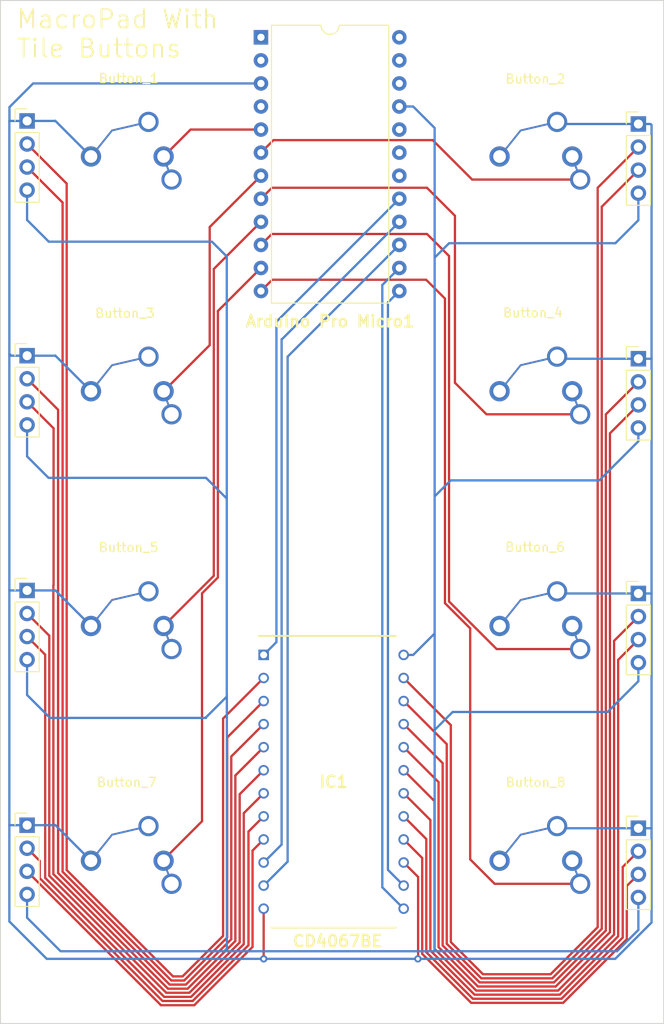
<source format=kicad_pcb>
(kicad_pcb (version 20221018) (generator pcbnew)
  (layers (0 "F.Cu" signal) (31 "B.Cu" signal) (34 "B.Paste" user) (35 "F.Paste" user) (36 "B.SilkS" user "B.Silkscreen") (37 "F.SilkS" user "F.Silkscreen") (38 "B.Mask" user) (39 "F.Mask" user) (44 "Edge.Cuts" user))
  (net 0 "")
  (net 3 "Net-(Arduino Pro Micro1-Pin_3)")
  (net 5 "Net-(Arduino Pro Micro1-Pin_5)")
  (net 6 "Net-(Arduino Pro Micro1-Pin_6)")
  (net 7 "Net-(Arduino Pro Micro1-Pin_7)")
  (net 8 "Net-(Arduino Pro Micro1-Pin_8)")
  (net 9 "Net-(Arduino Pro Micro1-Pin_9)")
  (net 10 "Net-(Arduino Pro Micro1-Pin_10)")
  (net 11 "Net-(Arduino Pro Micro1-Pin_11)")
  (net 12 "Net-(Arduino Pro Micro1-Pin_12)")
  (net 18 "Net-(Arduino Pro Micro1-Pin_21)")
  (net 19 "Net-(Arduino Pro Micro1-Pin_13)")
  (net 20 "Net-(Arduino Pro Micro1-Pin_14)")
  (net 21 "Net-(Arduino Pro Micro1-Pin_15)")
  (net 22 "Net-(Arduino Pro Micro1-Pin_16)")
  (net 23 "Net-(Arduino Pro Micro1-Pin_17)")
  (net 24 "Net-(IC1-CHANNEL_IN{slash}OUT_7)")
  (net 25 "Net-(IC1-CHANNEL_IN{slash}OUT_6)")
  (net 26 "Net-(IC1-CHANNEL_IN{slash}OUT_5)")
  (net 27 "Net-(IC1-CHANNEL_IN{slash}OUT_4)")
  (net 28 "Net-(IC1-CHANNEL_IN{slash}OUT_3)")
  (net 29 "Net-(IC1-CHANNEL_IN{slash}OUT_2)")
  (net 30 "Net-(IC1-CHANNEL_IN{slash}OUT_1)")
  (net 31 "Net-(IC1-CHANNEL_IN{slash}OUT_0)")
  (net 32 "Net-(IC1-CHANNEL_IN{slash}OUT_15)")
  (net 33 "Net-(IC1-CHANNEL_IN{slash}OUT_14)")
  (net 34 "Net-(IC1-CHANNEL_IN{slash}OUT_13)")
  (net 35 "Net-(IC1-CHANNEL_IN{slash}OUT_12)")
  (net 36 "Net-(IC1-CHANNEL_IN{slash}OUT_11)")
  (net 37 "Net-(IC1-CHANNEL_IN{slash}OUT_10)")
  (net 38 "Net-(IC1-CHANNEL_IN{slash}OUT_9)")
  (net 39 "Net-(IC1-CHANNEL_IN{slash}OUT_8)")
  (footprint "unikbd:Key_MX" (layer "F.Cu") (at 100.9896 89.212 -90)
    (fp_text reference "J6" hide)
    (fp_text value "Button_6" (at -8.682 -0.0114 180) (layer "F.SilkS"))
    (pad "" np_thru_hole circle (at -5.08 0.1016 270) (size 1.7018 1.7018) (drill 1.7018) (layers "*.Cu" "*.Mask"))
    (pad "" np_thru_hole circle (at 0 0.1016 270) (size 3.9878 3.9878) (drill 3.9878) (layers "*.Cu" "*.Mask"))
    (pad "" np_thru_hole circle (at 5.08 0.1016 270) (size 1.7018 1.7018) (drill 1.7018) (layers "*.Cu" "*.Mask"))
    (pad "1" thru_hole custom (at 0 -4.1021 270) (size 2.2352 2.2352) (drill 1.397) (layers "*.Cu" "*.Mask") (net 10 "Net-(Arduino Pro Micro1-Pin_10)") (options (clearance outline) (anchor circle)) (primitives (gr_line (start 0.0508 0.0381) (end 2.6162 -0.9779) (width 0.2))))
    (pad "1" thru_hole circle (at 2.54 -4.9784 270) (size 2.2352 2.2352) (drill 1.5748) (layers "*.Cu" "*.Mask") (net 10 "Net-(Arduino Pro Micro1-Pin_10)"))
    (pad "2" thru_hole custom (at -3.81 -2.4384 270) (size 2.2352 2.2352) (drill 1.5748) (layers "*.Cu" "*.Mask") (net 3 "Net-(Arduino Pro Micro1-Pin_3)") (options (clearance outline) (anchor circle)) (primitives (gr_line (start 0 -0.0254) (end 0.9398 4.0132) (width 0.2)) (gr_line (start 0.9398 4.0132) (end 3.8354 6.3373) (width 0.2))))
    (pad "2" thru_hole circle (at 0 3.8989 270) (size 2.2352 2.2352) (drill 1.397) (layers "*.Cu" "*.Mask") (net 3 "Net-(Arduino Pro Micro1-Pin_3)"))
  )
  (footprint "Connector_PinHeader_2.54mm:PinHeader_1x04_P2.54mm_Vertical" (layer "F.Cu") (at 112.378 111.483)
    (fp_text reference "J16" hide)
    (fp_text value "S8")
    (pad "1" thru_hole rect (at 0 0) (size 1.7 1.7) (drill 1) (layers "*.Cu" "*.Mask") (net 3 "Net-(Arduino Pro Micro1-Pin_3)"))
    (pad "2" thru_hole oval (at 0 2.54) (size 1.7 1.7) (drill 1) (layers "*.Cu" "*.Mask") (net 33 "Net-(IC1-CHANNEL_IN{slash}OUT_14)"))
    (pad "3" thru_hole oval (at 0 5.08) (size 1.7 1.7) (drill 1) (layers "*.Cu" "*.Mask") (net 32 "Net-(IC1-CHANNEL_IN{slash}OUT_15)"))
    (pad "4" thru_hole oval (at 0 7.62) (size 1.7 1.7) (drill 1) (layers "*.Cu" "*.Mask") (net 18 "Net-(Arduino Pro Micro1-Pin_21)"))
  )
  (footprint "Connector_PinHeader_2.54mm:PinHeader_1x04_P2.54mm_Vertical" (layer "F.Cu") (at 45.058 111.147)
    (fp_text reference "J11" hide)
    (fp_text value "S7")
    (pad "1" thru_hole rect (at 0 0) (size 1.7 1.7) (drill 1) (layers "*.Cu" "*.Mask") (net 3 "Net-(Arduino Pro Micro1-Pin_3)"))
    (pad "2" thru_hole oval (at 0 2.54) (size 1.7 1.7) (drill 1) (layers "*.Cu" "*.Mask") (net 30 "Net-(IC1-CHANNEL_IN{slash}OUT_1)"))
    (pad "3" thru_hole oval (at 0 5.08) (size 1.7 1.7) (drill 1) (layers "*.Cu" "*.Mask") (net 31 "Net-(IC1-CHANNEL_IN{slash}OUT_0)"))
    (pad "4" thru_hole oval (at 0 7.62) (size 1.7 1.7) (drill 1) (layers "*.Cu" "*.Mask") (net 18 "Net-(Arduino Pro Micro1-Pin_21)"))
  )
  (footprint "unikbd:Key_MX" (layer "F.Cu") (at 55.9896 63.362 -90)
    (fp_text reference "J5" hide)
    (fp_text value "Button_3" (at -8.593 0.1546 180) (layer "F.SilkS"))
    (pad "" np_thru_hole circle (at -5.08 0.1016 270) (size 1.7018 1.7018) (drill 1.7018) (layers "*.Cu" "*.Mask"))
    (pad "" np_thru_hole circle (at 0 0.1016 270) (size 3.9878 3.9878) (drill 3.9878) (layers "*.Cu" "*.Mask"))
    (pad "" np_thru_hole circle (at 5.08 0.1016 270) (size 1.7018 1.7018) (drill 1.7018) (layers "*.Cu" "*.Mask"))
    (pad "1" thru_hole custom (at 0 -4.1021 270) (size 2.2352 2.2352) (drill 1.397) (layers "*.Cu" "*.Mask") (net 7 "Net-(Arduino Pro Micro1-Pin_7)") (options (clearance outline) (anchor circle)) (primitives (gr_line (start 0.0508 0.0381) (end 2.6162 -0.9779) (width 0.2))))
    (pad "1" thru_hole circle (at 2.54 -4.9784 270) (size 2.2352 2.2352) (drill 1.5748) (layers "*.Cu" "*.Mask") (net 7 "Net-(Arduino Pro Micro1-Pin_7)"))
    (pad "2" thru_hole custom (at -3.81 -2.4384 270) (size 2.2352 2.2352) (drill 1.5748) (layers "*.Cu" "*.Mask") (net 3 "Net-(Arduino Pro Micro1-Pin_3)") (options (clearance outline) (anchor circle)) (primitives (gr_line (start 0 -0.0254) (end 0.9398 4.0132) (width 0.2)) (gr_line (start 0.9398 4.0132) (end 3.8354 6.3373) (width 0.2))))
    (pad "2" thru_hole circle (at 0 3.8989 270) (size 2.2352 2.2352) (drill 1.397) (layers "*.Cu" "*.Mask") (net 3 "Net-(Arduino Pro Micro1-Pin_3)"))
  )
  (footprint "Connector_PinHeader_2.54mm:PinHeader_1x04_P2.54mm_Vertical" (layer "F.Cu") (at 112.378 59.783)
    (fp_text reference "J14" hide)
    (fp_text value "S4")
    (pad "1" thru_hole rect (at 0 0) (size 1.7 1.7) (drill 1) (layers "*.Cu" "*.Mask") (net 3 "Net-(Arduino Pro Micro1-Pin_3)"))
    (pad "2" thru_hole oval (at 0 2.54) (size 1.7 1.7) (drill 1) (layers "*.Cu" "*.Mask") (net 37 "Net-(IC1-CHANNEL_IN{slash}OUT_10)"))
    (pad "3" thru_hole oval (at 0 5.08) (size 1.7 1.7) (drill 1) (layers "*.Cu" "*.Mask") (net 36 "Net-(IC1-CHANNEL_IN{slash}OUT_11)"))
    (pad "4" thru_hole oval (at 0 7.62) (size 1.7 1.7) (drill 1) (layers "*.Cu" "*.Mask") (net 18 "Net-(Arduino Pro Micro1-Pin_21)"))
  )
  (footprint "unikbd:Key_MX" (layer "F.Cu") (at 100.9896 37.512 -90)
    (fp_text reference "J2" hide)
    (fp_text value "Button_2" (at -8.539 -0.0344 180) (layer "F.SilkS"))
    (pad "" np_thru_hole circle (at -5.08 0.1016 270) (size 1.7018 1.7018) (drill 1.7018) (layers "*.Cu" "*.Mask"))
    (pad "" np_thru_hole circle (at 0 0.1016 270) (size 3.9878 3.9878) (drill 3.9878) (layers "*.Cu" "*.Mask"))
    (pad "" np_thru_hole circle (at 5.08 0.1016 270) (size 1.7018 1.7018) (drill 1.7018) (layers "*.Cu" "*.Mask"))
    (pad "1" thru_hole custom (at 0 -4.1021 270) (size 2.2352 2.2352) (drill 1.397) (layers "*.Cu" "*.Mask") (net 6 "Net-(Arduino Pro Micro1-Pin_6)") (options (clearance outline) (anchor circle)) (primitives (gr_line (start 0.0508 0.0381) (end 2.6162 -0.9779) (width 0.2))))
    (pad "1" thru_hole circle (at 2.54 -4.9784 270) (size 2.2352 2.2352) (drill 1.5748) (layers "*.Cu" "*.Mask") (net 6 "Net-(Arduino Pro Micro1-Pin_6)"))
    (pad "2" thru_hole custom (at -3.81 -2.4384 270) (size 2.2352 2.2352) (drill 1.5748) (layers "*.Cu" "*.Mask") (net 3 "Net-(Arduino Pro Micro1-Pin_3)") (options (clearance outline) (anchor circle)) (primitives (gr_line (start 0 -0.0254) (end 0.9398 4.0132) (width 0.2)) (gr_line (start 0.9398 4.0132) (end 3.8354 6.3373) (width 0.2))))
    (pad "2" thru_hole circle (at 0 3.8989 270) (size 2.2352 2.2352) (drill 1.397) (layers "*.Cu" "*.Mask") (net 3 "Net-(Arduino Pro Micro1-Pin_3)"))
  )
  (footprint "Connector_PinHeader_2.54mm:PinHeader_1x04_P2.54mm_Vertical" (layer "F.Cu") (at 45.058 33.597)
    (fp_text reference "J13" hide)
    (fp_text value "S1")
    (pad "1" thru_hole rect (at 0 0) (size 1.7 1.7) (drill 1) (layers "*.Cu" "*.Mask") (net 3 "Net-(Arduino Pro Micro1-Pin_3)"))
    (pad "2" thru_hole oval (at 0 2.54) (size 1.7 1.7) (drill 1) (layers "*.Cu" "*.Mask") (net 24 "Net-(IC1-CHANNEL_IN{slash}OUT_7)"))
    (pad "3" thru_hole oval (at 0 5.08) (size 1.7 1.7) (drill 1) (layers "*.Cu" "*.Mask") (net 25 "Net-(IC1-CHANNEL_IN{slash}OUT_6)"))
    (pad "4" thru_hole oval (at 0 7.62) (size 1.7 1.7) (drill 1) (layers "*.Cu" "*.Mask") (net 18 "Net-(Arduino Pro Micro1-Pin_21)"))
  )
  (footprint "unikbd:Key_MX" (layer "F.Cu") (at 55.9896 115.062 -90)
    (fp_text reference "J9" hide)
    (fp_text value "Button_7" (at -8.64 -0.0424 180) (layer "F.SilkS"))
    (pad "" np_thru_hole circle (at -5.08 0.1016 270) (size 1.7018 1.7018) (drill 1.7018) (layers "*.Cu" "*.Mask"))
    (pad "" np_thru_hole circle (at 0 0.1016 270) (size 3.9878 3.9878) (drill 3.9878) (layers "*.Cu" "*.Mask"))
    (pad "" np_thru_hole circle (at 5.08 0.1016 270) (size 1.7018 1.7018) (drill 1.7018) (layers "*.Cu" "*.Mask"))
    (pad "1" thru_hole custom (at 0 -4.1021 270) (size 2.2352 2.2352) (drill 1.397) (layers "*.Cu" "*.Mask") (net 11 "Net-(Arduino Pro Micro1-Pin_11)") (options (clearance outline) (anchor circle)) (primitives (gr_line (start 0.0508 0.0381) (end 2.6162 -0.9779) (width 0.2))))
    (pad "1" thru_hole circle (at 2.54 -4.9784 270) (size 2.2352 2.2352) (drill 1.5748) (layers "*.Cu" "*.Mask") (net 11 "Net-(Arduino Pro Micro1-Pin_11)"))
    (pad "2" thru_hole custom (at -3.81 -2.4384 270) (size 2.2352 2.2352) (drill 1.5748) (layers "*.Cu" "*.Mask") (net 3 "Net-(Arduino Pro Micro1-Pin_3)") (options (clearance outline) (anchor circle)) (primitives (gr_line (start 0 -0.0254) (end 0.9398 4.0132) (width 0.2)) (gr_line (start 0.9398 4.0132) (end 3.8354 6.3373) (width 0.2))))
    (pad "2" thru_hole circle (at 0 3.8989 270) (size 2.2352 2.2352) (drill 1.397) (layers "*.Cu" "*.Mask") (net 3 "Net-(Arduino Pro Micro1-Pin_3)"))
  )
  (footprint "SamacSys_Parts:DIP1542W56P254L3175H491Q24N" (layer "F.Cu") (at 78.819 106.368)
    (fp_text reference "IC1" (at 0 0) (layer "F.SilkS") (effects (font (size 1.27 1.27) (thickness 0.254))))
    (fp_text value "CD4067BE" (at 0.427 17.546) (layer "F.SilkS") (effects (font (size 1.27 1.27) (thickness 0.254))))
    (pad "1" thru_hole rect (at -7.71 -13.97) (size 1.16 1.16) (drill 0.76) (layers "*.Cu" "*.Mask") (net 23 "Net-(Arduino Pro Micro1-Pin_17)"))
    (pad "2" thru_hole circle (at -7.71 -11.43) (size 1.16 1.16) (drill 0.76) (layers "*.Cu" "*.Mask") (net 24 "Net-(IC1-CHANNEL_IN{slash}OUT_7)"))
    (pad "3" thru_hole circle (at -7.71 -8.89) (size 1.16 1.16) (drill 0.76) (layers "*.Cu" "*.Mask") (net 25 "Net-(IC1-CHANNEL_IN{slash}OUT_6)"))
    (pad "4" thru_hole circle (at -7.71 -6.35) (size 1.16 1.16) (drill 0.76) (layers "*.Cu" "*.Mask") (net 26 "Net-(IC1-CHANNEL_IN{slash}OUT_5)"))
    (pad "5" thru_hole circle (at -7.71 -3.81) (size 1.16 1.16) (drill 0.76) (layers "*.Cu" "*.Mask") (net 27 "Net-(IC1-CHANNEL_IN{slash}OUT_4)"))
    (pad "6" thru_hole circle (at -7.71 -1.27) (size 1.16 1.16) (drill 0.76) (layers "*.Cu" "*.Mask") (net 28 "Net-(IC1-CHANNEL_IN{slash}OUT_3)"))
    (pad "7" thru_hole circle (at -7.71 1.27) (size 1.16 1.16) (drill 0.76) (layers "*.Cu" "*.Mask") (net 29 "Net-(IC1-CHANNEL_IN{slash}OUT_2)"))
    (pad "8" thru_hole circle (at -7.71 3.81) (size 1.16 1.16) (drill 0.76) (layers "*.Cu" "*.Mask") (net 30 "Net-(IC1-CHANNEL_IN{slash}OUT_1)"))
    (pad "9" thru_hole circle (at -7.71 6.35) (size 1.16 1.16) (drill 0.76) (layers "*.Cu" "*.Mask") (net 31 "Net-(IC1-CHANNEL_IN{slash}OUT_0)"))
    (pad "10" thru_hole circle (at -7.71 8.89) (size 1.16 1.16) (drill 0.76) (layers "*.Cu" "*.Mask") (net 22 "Net-(Arduino Pro Micro1-Pin_16)"))
    (pad "11" thru_hole circle (at -7.71 11.43) (size 1.16 1.16) (drill 0.76) (layers "*.Cu" "*.Mask") (net 21 "Net-(Arduino Pro Micro1-Pin_15)"))
    (pad "12" thru_hole circle (at -7.71 13.97) (size 1.16 1.16) (drill 0.76) (layers "*.Cu" "*.Mask") (net 3 "Net-(Arduino Pro Micro1-Pin_3)"))
    (pad "13" thru_hole circle (at 7.71 13.97) (size 1.16 1.16) (drill 0.76) (layers "*.Cu" "*.Mask") (net 20 "Net-(Arduino Pro Micro1-Pin_14)"))
    (pad "14" thru_hole circle (at 7.71 11.43) (size 1.16 1.16) (drill 0.76) (layers "*.Cu" "*.Mask") (net 19 "Net-(Arduino Pro Micro1-Pin_13)"))
    (pad "15" thru_hole circle (at 7.71 8.89) (size 1.16 1.16) (drill 0.76) (layers "*.Cu" "*.Mask") (net 3 "Net-(Arduino Pro Micro1-Pin_3)"))
    (pad "16" thru_hole circle (at 7.71 6.35) (size 1.16 1.16) (drill 0.76) (layers "*.Cu" "*.Mask") (net 32 "Net-(IC1-CHANNEL_IN{slash}OUT_15)"))
    (pad "17" thru_hole circle (at 7.71 3.81) (size 1.16 1.16) (drill 0.76) (layers "*.Cu" "*.Mask") (net 33 "Net-(IC1-CHANNEL_IN{slash}OUT_14)"))
    (pad "18" thru_hole circle (at 7.71 1.27) (size 1.16 1.16) (drill 0.76) (layers "*.Cu" "*.Mask") (net 34 "Net-(IC1-CHANNEL_IN{slash}OUT_13)"))
    (pad "19" thru_hole circle (at 7.71 -1.27) (size 1.16 1.16) (drill 0.76) (layers "*.Cu" "*.Mask") (net 35 "Net-(IC1-CHANNEL_IN{slash}OUT_12)"))
    (pad "20" thru_hole circle (at 7.71 -3.81) (size 1.16 1.16) (drill 0.76) (layers "*.Cu" "*.Mask") (net 36 "Net-(IC1-CHANNEL_IN{slash}OUT_11)"))
    (pad "21" thru_hole circle (at 7.71 -6.35) (size 1.16 1.16) (drill 0.76) (layers "*.Cu" "*.Mask") (net 37 "Net-(IC1-CHANNEL_IN{slash}OUT_10)"))
    (pad "22" thru_hole circle (at 7.71 -8.89) (size 1.16 1.16) (drill 0.76) (layers "*.Cu" "*.Mask") (net 38 "Net-(IC1-CHANNEL_IN{slash}OUT_9)"))
    (pad "23" thru_hole circle (at 7.71 -11.43) (size 1.16 1.16) (drill 0.76) (layers "*.Cu" "*.Mask") (net 39 "Net-(IC1-CHANNEL_IN{slash}OUT_8)"))
    (pad "24" thru_hole circle (at 7.71 -13.97) (size 1.16 1.16) (drill 0.76) (layers "*.Cu" "*.Mask") (net 18 "Net-(Arduino Pro Micro1-Pin_21)"))
  )
  (footprint "unikbd:Key_MX" (layer "F.Cu") (at 100.9896 63.362 -90)
    (fp_text reference "J4" hide)
    (fp_text value "Button_4" (at -8.647 0.2296 180) (layer "F.SilkS"))
    (pad "" np_thru_hole circle (at -5.08 0.1016 270) (size 1.7018 1.7018) (drill 1.7018) (layers "*.Cu" "*.Mask"))
    (pad "" np_thru_hole circle (at 0 0.1016 270) (size 3.9878 3.9878) (drill 3.9878) (layers "*.Cu" "*.Mask"))
    (pad "" np_thru_hole circle (at 5.08 0.1016 270) (size 1.7018 1.7018) (drill 1.7018) (layers "*.Cu" "*.Mask"))
    (pad "1" thru_hole custom (at 0 -4.1021 270) (size 2.2352 2.2352) (drill 1.397) (layers "*.Cu" "*.Mask") (net 8 "Net-(Arduino Pro Micro1-Pin_8)") (options (clearance outline) (anchor circle)) (primitives (gr_line (start 0.0508 0.0381) (end 2.6162 -0.9779) (width 0.2))))
    (pad "1" thru_hole circle (at 2.54 -4.9784 270) (size 2.2352 2.2352) (drill 1.5748) (layers "*.Cu" "*.Mask") (net 8 "Net-(Arduino Pro Micro1-Pin_8)"))
    (pad "2" thru_hole custom (at -3.81 -2.4384 270) (size 2.2352 2.2352) (drill 1.5748) (layers "*.Cu" "*.Mask") (net 3 "Net-(Arduino Pro Micro1-Pin_3)") (options (clearance outline) (anchor circle)) (primitives (gr_line (start 0 -0.0254) (end 0.9398 4.0132) (width 0.2)) (gr_line (start 0.9398 4.0132) (end 3.8354 6.3373) (width 0.2))))
    (pad "2" thru_hole circle (at 0 3.8989 270) (size 2.2352 2.2352) (drill 1.397) (layers "*.Cu" "*.Mask") (net 3 "Net-(Arduino Pro Micro1-Pin_3)"))
  )
  (footprint "Connector_PinHeader_2.54mm:PinHeader_1x04_P2.54mm_Vertical" (layer "F.Cu") (at 45.058 85.297)
    (fp_text reference "J10" hide)
    (fp_text value "S5")
    (pad "1" thru_hole rect (at 0 0) (size 1.7 1.7) (drill 1) (layers "*.Cu" "*.Mask") (net 3 "Net-(Arduino Pro Micro1-Pin_3)"))
    (pad "2" thru_hole oval (at 0 2.54) (size 1.7 1.7) (drill 1) (layers "*.Cu" "*.Mask") (net 28 "Net-(IC1-CHANNEL_IN{slash}OUT_3)"))
    (pad "3" thru_hole oval (at 0 5.08) (size 1.7 1.7) (drill 1) (layers "*.Cu" "*.Mask") (net 29 "Net-(IC1-CHANNEL_IN{slash}OUT_2)"))
    (pad "4" thru_hole oval (at 0 7.62) (size 1.7 1.7) (drill 1) (layers "*.Cu" "*.Mask") (net 18 "Net-(Arduino Pro Micro1-Pin_21)"))
  )
  (footprint "Connector_PinHeader_2.54mm:PinHeader_1x04_P2.54mm_Vertical" (layer "F.Cu") (at 112.378 85.633)
    (fp_text reference "J15" hide)
    (fp_text value "S6")
    (pad "1" thru_hole rect (at 0 0) (size 1.7 1.7) (drill 1) (layers "*.Cu" "*.Mask") (net 3 "Net-(Arduino Pro Micro1-Pin_3)"))
    (pad "2" thru_hole oval (at 0 2.54) (size 1.7 1.7) (drill 1) (layers "*.Cu" "*.Mask") (net 35 "Net-(IC1-CHANNEL_IN{slash}OUT_12)"))
    (pad "3" thru_hole oval (at 0 5.08) (size 1.7 1.7) (drill 1) (layers "*.Cu" "*.Mask") (net 34 "Net-(IC1-CHANNEL_IN{slash}OUT_13)"))
    (pad "4" thru_hole oval (at 0 7.62) (size 1.7 1.7) (drill 1) (layers "*.Cu" "*.Mask") (net 18 "Net-(Arduino Pro Micro1-Pin_21)"))
  )
  (footprint "Connector_PinHeader_2.54mm:PinHeader_1x04_P2.54mm_Vertical" (layer "F.Cu") (at 112.378 33.933)
    (fp_text reference "J12" hide)
    (fp_text value "S2")
    (pad "1" thru_hole rect (at 0 0) (size 1.7 1.7) (drill 1) (layers "*.Cu" "*.Mask") (net 3 "Net-(Arduino Pro Micro1-Pin_3)"))
    (pad "2" thru_hole oval (at 0 2.54) (size 1.7 1.7) (drill 1) (layers "*.Cu" "*.Mask") (net 39 "Net-(IC1-CHANNEL_IN{slash}OUT_8)"))
    (pad "3" thru_hole oval (at 0 5.08) (size 1.7 1.7) (drill 1) (layers "*.Cu" "*.Mask") (net 38 "Net-(IC1-CHANNEL_IN{slash}OUT_9)"))
    (pad "4" thru_hole oval (at 0 7.62) (size 1.7 1.7) (drill 1) (layers "*.Cu" "*.Mask") (net 18 "Net-(Arduino Pro Micro1-Pin_21)"))
  )
  (footprint "Package_DIP:DIP-24_W15.24mm" (layer "F.Cu") (at 70.812 24.387)
    (fp_text reference "Arduino Pro Micro1" (at 7.604 31.273) (layer "F.SilkS") (effects (font (size 1.27 1.27) (thickness 0.254))))
    (fp_text value "Conn_02x12_Counter_Clockwise" hide)
    (pad "1" thru_hole rect (at 0 0) (size 1.6 1.6) (drill 0.8) (layers "*.Cu" "*.Mask"))
    (pad "2" thru_hole oval (at 0 2.54) (size 1.6 1.6) (drill 0.8) (layers "*.Cu" "*.Mask"))
    (pad "3" thru_hole oval (at 0 5.08) (size 1.6 1.6) (drill 0.8) (layers "*.Cu" "*.Mask") (net 3 "Net-(Arduino Pro Micro1-Pin_3)"))
    (pad "4" thru_hole oval (at 0 7.62) (size 1.6 1.6) (drill 0.8) (layers "*.Cu" "*.Mask"))
    (pad "5" thru_hole oval (at 0 10.16) (size 1.6 1.6) (drill 0.8) (layers "*.Cu" "*.Mask") (net 5 "Net-(Arduino Pro Micro1-Pin_5)"))
    (pad "6" thru_hole oval (at 0 12.7) (size 1.6 1.6) (drill 0.8) (layers "*.Cu" "*.Mask") (net 6 "Net-(Arduino Pro Micro1-Pin_6)"))
    (pad "7" thru_hole oval (at 0 15.24) (size 1.6 1.6) (drill 0.8) (layers "*.Cu" "*.Mask") (net 7 "Net-(Arduino Pro Micro1-Pin_7)"))
    (pad "8" thru_hole oval (at 0 17.78) (size 1.6 1.6) (drill 0.8) (layers "*.Cu" "*.Mask") (net 8 "Net-(Arduino Pro Micro1-Pin_8)"))
    (pad "9" thru_hole oval (at 0 20.32) (size 1.6 1.6) (drill 0.8) (layers "*.Cu" "*.Mask") (net 9 "Net-(Arduino Pro Micro1-Pin_9)"))
    (pad "10" thru_hole oval (at 0 22.86) (size 1.6 1.6) (drill 0.8) (layers "*.Cu" "*.Mask") (net 10 "Net-(Arduino Pro Micro1-Pin_10)"))
    (pad "11" thru_hole oval (at 0 25.4) (size 1.6 1.6) (drill 0.8) (layers "*.Cu" "*.Mask") (net 11 "Net-(Arduino Pro Micro1-Pin_11)"))
    (pad "12" thru_hole oval (at 0 27.94) (size 1.6 1.6) (drill 0.8) (layers "*.Cu" "*.Mask") (net 12 "Net-(Arduino Pro Micro1-Pin_12)"))
    (pad "13" thru_hole oval (at 15.24 27.94) (size 1.6 1.6) (drill 0.8) (layers "*.Cu" "*.Mask") (net 19 "Net-(Arduino Pro Micro1-Pin_13)"))
    (pad "14" thru_hole oval (at 15.24 25.4) (size 1.6 1.6) (drill 0.8) (layers "*.Cu" "*.Mask") (net 20 "Net-(Arduino Pro Micro1-Pin_14)"))
    (pad "15" thru_hole oval (at 15.24 22.86) (size 1.6 1.6) (drill 0.8) (layers "*.Cu" "*.Mask") (net 21 "Net-(Arduino Pro Micro1-Pin_15)"))
    (pad "16" thru_hole oval (at 15.24 20.32) (size 1.6 1.6) (drill 0.8) (layers "*.Cu" "*.Mask") (net 22 "Net-(Arduino Pro Micro1-Pin_16)"))
    (pad "17" thru_hole oval (at 15.24 17.78) (size 1.6 1.6) (drill 0.8) (layers "*.Cu" "*.Mask") (net 23 "Net-(Arduino Pro Micro1-Pin_17)"))
    (pad "18" thru_hole oval (at 15.24 15.24) (size 1.6 1.6) (drill 0.8) (layers "*.Cu" "*.Mask"))
    (pad "19" thru_hole oval (at 15.24 12.7) (size 1.6 1.6) (drill 0.8) (layers "*.Cu" "*.Mask"))
    (pad "20" thru_hole oval (at 15.24 10.16) (size 1.6 1.6) (drill 0.8) (layers "*.Cu" "*.Mask"))
    (pad "21" thru_hole oval (at 15.24 7.62) (size 1.6 1.6) (drill 0.8) (layers "*.Cu" "*.Mask") (net 18 "Net-(Arduino Pro Micro1-Pin_21)"))
    (pad "22" thru_hole oval (at 15.24 5.08) (size 1.6 1.6) (drill 0.8) (layers "*.Cu" "*.Mask"))
    (pad "23" thru_hole oval (at 15.24 2.54) (size 1.6 1.6) (drill 0.8) (layers "*.Cu" "*.Mask"))
    (pad "24" thru_hole oval (at 15.24 0) (size 1.6 1.6) (drill 0.8) (layers "*.Cu" "*.Mask"))
  )
  (footprint "unikbd:Key_MX" (layer "F.Cu") (at 55.9896 89.212 -90)
    (fp_text reference "J7" hide)
    (fp_text value "Button_5" (at -8.655 -0.2464 180) (layer "F.SilkS"))
    (pad "" np_thru_hole circle (at -5.08 0.1016 270) (size 1.7018 1.7018) (drill 1.7018) (layers "*.Cu" "*.Mask"))
    (pad "" np_thru_hole circle (at 0 0.1016 270) (size 3.9878 3.9878) (drill 3.9878) (layers "*.Cu" "*.Mask"))
    (pad "" np_thru_hole circle (at 5.08 0.1016 270) (size 1.7018 1.7018) (drill 1.7018) (layers "*.Cu" "*.Mask"))
    (pad "1" thru_hole custom (at 0 -4.1021 270) (size 2.2352 2.2352) (drill 1.397) (layers "*.Cu" "*.Mask") (net 9 "Net-(Arduino Pro Micro1-Pin_9)") (options (clearance outline) (anchor circle)) (primitives (gr_line (start 0.0508 0.0381) (end 2.6162 -0.9779) (width 0.2))))
    (pad "1" thru_hole circle (at 2.54 -4.9784 270) (size 2.2352 2.2352) (drill 1.5748) (layers "*.Cu" "*.Mask") (net 9 "Net-(Arduino Pro Micro1-Pin_9)"))
    (pad "2" thru_hole custom (at -3.81 -2.4384 270) (size 2.2352 2.2352) (drill 1.5748) (layers "*.Cu" "*.Mask") (net 3 "Net-(Arduino Pro Micro1-Pin_3)") (options (clearance outline) (anchor circle)) (primitives (gr_line (start 0 -0.0254) (end 0.9398 4.0132) (width 0.2)) (gr_line (start 0.9398 4.0132) (end 3.8354 6.3373) (width 0.2))))
    (pad "2" thru_hole circle (at 0 3.8989 270) (size 2.2352 2.2352) (drill 1.397) (layers "*.Cu" "*.Mask") (net 3 "Net-(Arduino Pro Micro1-Pin_3)"))
  )
  (footprint "unikbd:Key_MX" (layer "F.Cu") (at 55.9896 37.512 -90)
    (fp_text reference "J3" hide)
    (fp_text value "Button_1" (at -8.606 -0.2544) (layer "F.SilkS"))
    (pad "" np_thru_hole circle (at -5.08 0.1016 270) (size 1.7018 1.7018) (drill 1.7018) (layers "*.Cu" "*.Mask"))
    (pad "" np_thru_hole circle (at 0 0.1016 270) (size 3.9878 3.9878) (drill 3.9878) (layers "*.Cu" "*.Mask"))
    (pad "" np_thru_hole circle (at 5.08 0.1016 270) (size 1.7018 1.7018) (drill 1.7018) (layers "*.Cu" "*.Mask"))
    (pad "1" thru_hole custom (at 0 -4.1021 270) (size 2.2352 2.2352) (drill 1.397) (layers "*.Cu" "*.Mask") (net 5 "Net-(Arduino Pro Micro1-Pin_5)") (options (clearance outline) (anchor circle)) (primitives (gr_line (start 0.0508 0.0381) (end 2.6162 -0.9779) (width 0.2))))
    (pad "1" thru_hole circle (at 2.54 -4.9784 270) (size 2.2352 2.2352) (drill 1.5748) (layers "*.Cu" "*.Mask") (net 5 "Net-(Arduino Pro Micro1-Pin_5)"))
    (pad "2" thru_hole custom (at -3.81 -2.4384 270) (size 2.2352 2.2352) (drill 1.5748) (layers "*.Cu" "*.Mask") (net 3 "Net-(Arduino Pro Micro1-Pin_3)") (options (clearance outline) (anchor circle)) (primitives (gr_line (start 0 -0.0254) (end 0.9398 4.0132) (width 0.2)) (gr_line (start 0.9398 4.0132) (end 3.8354 6.3373) (width 0.2))))
    (pad "2" thru_hole circle (at 0 3.8989 270) (size 2.2352 2.2352) (drill 1.397) (layers "*.Cu" "*.Mask") (net 3 "Net-(Arduino Pro Micro1-Pin_3)"))
  )
  (footprint "unikbd:Key_MX" (layer "F.Cu") (at 100.9896 115.062 -90)
    (fp_text reference "J8" hide)
    (fp_text value "Button_8" (at -8.632 -0.0724 180) (layer "F.SilkS"))
    (pad "" np_thru_hole circle (at -5.08 0.1016 270) (size 1.7018 1.7018) (drill 1.7018) (layers "*.Cu" "*.Mask"))
    (pad "" np_thru_hole circle (at 0 0.1016 270) (size 3.9878 3.9878) (drill 3.9878) (layers "*.Cu" "*.Mask"))
    (pad "" np_thru_hole circle (at 5.08 0.1016 270) (size 1.7018 1.7018) (drill 1.7018) (layers "*.Cu" "*.Mask"))
    (pad "1" thru_hole custom (at 0 -4.1021 270) (size 2.2352 2.2352) (drill 1.397) (layers "*.Cu" "*.Mask") (net 12 "Net-(Arduino Pro Micro1-Pin_12)") (options (clearance outline) (anchor circle)) (primitives (gr_line (start 0.0508 0.0381) (end 2.6162 -0.9779) (width 0.2))))
    (pad "1" thru_hole circle (at 2.54 -4.9784 270) (size 2.2352 2.2352) (drill 1.5748) (layers "*.Cu" "*.Mask") (net 12 "Net-(Arduino Pro Micro1-Pin_12)"))
    (pad "2" thru_hole custom (at -3.81 -2.4384 270) (size 2.2352 2.2352) (drill 1.5748) (layers "*.Cu" "*.Mask") (net 3 "Net-(Arduino Pro Micro1-Pin_3)") (options (clearance outline) (anchor circle)) (primitives (gr_line (start 0 -0.0254) (end 0.9398 4.0132) (width 0.2)) (gr_line (start 0.9398 4.0132) (end 3.8354 6.3373) (width 0.2))))
    (pad "2" thru_hole circle (at 0 3.8989 270) (size 2.2352 2.2352) (drill 1.397) (layers "*.Cu" "*.Mask") (net 3 "Net-(Arduino Pro Micro1-Pin_3)"))
  )
  (footprint "Connector_PinHeader_2.54mm:PinHeader_1x04_P2.54mm_Vertical" (layer "F.Cu") (at 45.058 59.447)
    (fp_text reference "J1" hide)
    (fp_text value "S3")
    (pad "1" thru_hole rect (at 0 0) (size 1.7 1.7) (drill 1) (layers "*.Cu" "*.Mask") (net 3 "Net-(Arduino Pro Micro1-Pin_3)"))
    (pad "2" thru_hole oval (at 0 2.54) (size 1.7 1.7) (drill 1) (layers "*.Cu" "*.Mask") (net 26 "Net-(IC1-CHANNEL_IN{slash}OUT_5)"))
    (pad "3" thru_hole oval (at 0 5.08) (size 1.7 1.7) (drill 1) (layers "*.Cu" "*.Mask") (net 27 "Net-(IC1-CHANNEL_IN{slash}OUT_4)"))
    (pad "4" thru_hole oval (at 0 7.62) (size 1.7 1.7) (drill 1) (layers "*.Cu" "*.Mask") (net 18 "Net-(Arduino Pro Micro1-Pin_21)"))
  )
  (gr_rect (start 42.1235 20.329) (end 115.1645 132.983) (stroke (width 0.1)) (fill none) (layer "Edge.Cuts"))
  (gr_text "MacroPad With\nTile Buttons" (at 43.785 26.774) (layer "F.SilkS") (effects (font (size 2 2) (thickness 0.2)) (justify left bottom)))
  (segment (start 86.529 115.258) (end 88.122 116.851) (width 0.25) (layer "F.Cu") (net 3))
  (segment (start 88.122 116.851) (end 88.122 125.861) (width 0.25) (layer "F.Cu") (net 3))
  (segment (start 71.109 120.338) (end 71.109 125.857) (width 0.25) (layer "F.Cu") (net 3))
  (via (at 88.096 125.868) (size 0.8) (drill 0.4) (layers "F.Cu" "B.Cu") (net 3))
  (via (at 71.113 125.868) (size 0.8) (drill 0.4) (layers "F.Cu" "B.Cu") (net 3))
  (segment (start 103.659 111.483) (end 103.428 111.252) (width 0.25) (layer "B.Cu") (net 3))
  (segment (start 109.829 125.864) (end 109.723 125.864) (width 0.25) (layer "B.Cu") (net 3))
  (segment (start 71.117 125.864) (end 88.092 125.864) (width 0.25) (layer "B.Cu") (net 3))
  (segment (start 48.1337 111.147) (end 45.058 111.147) (width 0.25) (layer "B.Cu") (net 3))
  (segment (start 43.115 33.597) (end 43.104 33.608) (width 0.25) (layer "B.Cu") (net 3))
  (segment (start 112.378 59.783) (end 113.788 59.783) (width 0.25) (layer "B.Cu") (net 3))
  (segment (start 103.659 33.933) (end 103.428 33.702) (width 0.25) (layer "B.Cu") (net 3))
  (segment (start 43.115 32.075) (end 43.115 33.597) (width 0.25) (layer "B.Cu") (net 3))
  (segment (start 113.827 111.483) (end 113.829 111.485) (width 0.25) (layer "B.Cu") (net 3))
  (segment (start 48.1757 85.297) (end 45.058 85.297) (width 0.25) (layer "B.Cu") (net 3))
  (segment (start 48.1547 59.426) (end 52.0907 63.362) (width 0.25) (layer "B.Cu") (net 3))
  (segment (start 45.058 33.597) (end 43.115 33.597) (width 0.25) (layer "B.Cu") (net 3))
  (segment (start 113.732 59.783) (end 113.829 59.686) (width 0.25) (layer "B.Cu") (net 3))
  (segment (start 112.378 111.483) (end 113.827 111.483) (width 0.25) (layer "B.Cu") (net 3))
  (segment (start 43.104 85.237) (end 43.104 111.111) (width 0.25) (layer "B.Cu") (net 3))
  (segment (start 112.378 111.483) (end 103.659 111.483) (width 0.25) (layer "B.Cu") (net 3))
  (segment (start 71.109 125.864) (end 71.113 125.868) (width 0.25) (layer "B.Cu") (net 3))
  (segment (start 48.1547 33.576) (end 52.0907 37.512) (width 0.25) (layer "B.Cu") (net 3))
  (segment (start 43.14 111.147) (end 43.104 111.111) (width 0.25) (layer "B.Cu") (net 3))
  (segment (start 70.812 29.467) (end 45.723 29.467) (width 0.25) (layer "B.Cu") (net 3))
  (segment (start 48.1547 111.126) (end 52.0907 115.062) (width 0.25) (layer "B.Cu") (net 3))
  (segment (start 112.378 85.633) (end 113.802 85.633) (width 0.25) (layer "B.Cu") (net 3))
  (segment (start 43.104 33.608) (end 43.104 59.236) (width 0.25) (layer "B.Cu") (net 3))
  (segment (start 43.315 59.447) (end 43.104 59.236) (width 0.25) (layer "B.Cu") (net 3))
  (segment (start 48.1547 59.426) (end 48.1337 59.447) (width 0.25) (layer "B.Cu") (net 3))
  (segment (start 45.058 59.447) (end 43.315 59.447) (width 0.25) (layer "B.Cu") (net 3))
  (segment (start 103.659 59.783) (end 103.428 59.552) (width 0.25) (layer "B.Cu") (net 3))
  (segment (start 112.378 33.933) (end 113.723 33.933) (width 0.25) (layer "B.Cu") (net 3))
  (segment (start 43.104 121.748) (end 47.22 125.864) (width 0.25) (layer "B.Cu") (net 3))
  (segment (start 112.378 33.933) (end 103.659 33.933) (width 0.25) (layer "B.Cu") (net 3))
  (segment (start 88.1 125.864) (end 109.723 125.864) (width 0.25) (layer "B.Cu") (net 3))
  (segment (start 71.113 125.868) (end 71.117 125.864) (width 0.25) (layer "B.Cu") (net 3))
  (segment (start 48.21335 85.33465) (end 52.0907 89.212) (width 0.25) (layer "B.Cu") (net 3))
  (segment (start 113.788 59.783) (end 113.829 59.742) (width 0.25) (layer "B.Cu") (net 3))
  (segment (start 48.1337 33.597) (end 45.058 33.597) (width 0.25) (layer "B.Cu") (net 3))
  (segment (start 112.378 85.633) (end 103.659 85.633) (width 0.25) (layer "B.Cu") (net 3))
  (segment (start 43.104 59.236) (end 43.104 85.237) (width 0.25) (layer "B.Cu") (net 3))
  (segment (start 112.378 59.783) (end 103.659 59.783) (width 0.25) (layer "B.Cu") (net 3))
  (segment (start 88.096 125.868) (end 88.1 125.864) (width 0.25) (layer "B.Cu") (net 3))
  (segment (start 113.723 33.933) (end 113.829 34.039) (width 0.25) (layer "B.Cu") (net 3))
  (segment (start 45.723 29.467) (end 43.115 32.075) (width 0.25) (layer "B.Cu") (net 3))
  (segment (start 113.829 121.864) (end 109.829 125.864) (width 0.25) (layer "B.Cu") (net 3))
  (segment (start 113.829 59.742) (end 113.829 59.686) (width 0.25) (layer "B.Cu") (net 3))
  (segment (start 48.1547 111.126) (end 48.1337 111.147) (width 0.25) (layer "B.Cu") (net 3))
  (segment (start 43.104 111.111) (end 43.104 121.748) (width 0.25) (layer "B.Cu") (net 3))
  (segment (start 48.1757 85.297) (end 48.21335 85.33465) (width 0.25) (layer "B.Cu") (net 3))
  (segment (start 45.058 85.297) (end 43.164 85.297) (width 0.25) (layer "B.Cu") (net 3))
  (segment (start 45.058 111.147) (end 43.14 111.147) (width 0.25) (layer "B.Cu") (net 3))
  (segment (start 113.829 85.606) (end 113.829 59.742) (width 0.25) (layer "B.Cu") (net 3))
  (segment (start 48.1547 33.576) (end 48.1337 33.597) (width 0.25) (layer "B.Cu") (net 3))
  (segment (start 43.164 85.297) (end 43.104 85.237) (width 0.25) (layer "B.Cu") (net 3))
  (segment (start 48.1337 59.447) (end 45.058 59.447) (width 0.25) (layer "B.Cu") (net 3))
  (segment (start 113.829 121.864) (end 113.829 111.485) (width 0.25) (layer "B.Cu") (net 3))
  (segment (start 103.659 85.633) (end 103.428 85.402) (width 0.25) (layer "B.Cu") (net 3))
  (segment (start 113.829 34.039) (end 113.829 59.686) (width 0.25) (layer "B.Cu") (net 3))
  (segment (start 113.802 85.633) (end 113.829 85.606) (width 0.25) (layer "B.Cu") (net 3))
  (segment (start 88.092 125.864) (end 88.096 125.868) (width 0.25) (layer "B.Cu") (net 3))
  (segment (start 113.829 111.485) (end 113.829 85.606) (width 0.25) (layer "B.Cu") (net 3))
  (segment (start 47.22 125.864) (end 71.109 125.864) (width 0.25) (layer "B.Cu") (net 3))
  (segment (start 63.0567 34.547) (end 70.812 34.547) (width 0.25) (layer "F.Cu") (net 5))
  (segment (start 60.0917 37.512) (end 63.0567 34.547) (width 0.25) (layer "F.Cu") (net 5))
  (segment (start 94.07 40.052) (end 89.728 35.71) (width 0.25) (layer "F.Cu") (net 6))
  (segment (start 72.189 35.71) (end 70.812 37.087) (width 0.25) (layer "F.Cu") (net 6))
  (segment (start 105.968 40.052) (end 94.07 40.052) (width 0.25) (layer "F.Cu") (net 6))
  (segment (start 89.728 35.71) (end 72.189 35.71) (width 0.25) (layer "F.Cu") (net 6))
  (segment (start 65.168 45.282) (end 65.168 58.2857) (width 0.25) (layer "F.Cu") (net 7))
  (segment (start 70.812 39.638) (end 65.168 45.282) (width 0.25) (layer "F.Cu") (net 7))
  (segment (start 70.812 39.627) (end 70.812 39.638) (width 0.25) (layer "F.Cu") (net 7))
  (segment (start 65.168 58.2857) (end 60.0917 63.362) (width 0.25) (layer "F.Cu") (net 7))
  (segment (start 89.093 40.953) (end 92.175 44.035) (width 0.25) (layer "F.Cu") (net 8))
  (segment (start 70.812 42.167) (end 72.026 40.953) (width 0.25) (layer "F.Cu") (net 8))
  (segment (start 72.026 40.953) (end 89.093 40.953) (width 0.25) (layer "F.Cu") (net 8))
  (segment (start 92.175 62.428) (end 95.649 65.902) (width 0.25) (layer "F.Cu") (net 8))
  (segment (start 95.649 65.902) (end 105.968 65.902) (width 0.25) (layer "F.Cu") (net 8))
  (segment (start 92.175 44.035) (end 92.175 62.428) (width 0.25) (layer "F.Cu") (net 8))
  (segment (start 70.812 44.707) (end 65.618 49.901) (width 0.25) (layer "F.Cu") (net 9))
  (segment (start 65.618 49.901) (end 65.618 50.07) (width 0.25) (layer "F.Cu") (net 9))
  (segment (start 65.618 50.07) (end 65.618 83.6857) (width 0.25) (layer "F.Cu") (net 9))
  (segment (start 65.618 83.6857) (end 60.0917 89.212) (width 0.25) (layer "F.Cu") (net 9))
  (segment (start 72.014 46.045) (end 70.812 47.247) (width 0.25) (layer "F.Cu") (net 10))
  (segment (start 91.526 48.47) (end 89.101 46.045) (width 0.25) (layer "F.Cu") (net 10))
  (segment (start 96.768 91.752) (end 91.526 86.51) (width 0.25) (layer "F.Cu") (net 10))
  (segment (start 91.526 86.51) (end 91.526 48.47) (width 0.25) (layer "F.Cu") (net 10))
  (segment (start 105.968 91.752) (end 96.768 91.752) (width 0.25) (layer "F.Cu") (net 10))
  (segment (start 89.101 46.045) (end 72.014 46.045) (width 0.25) (layer "F.Cu") (net 10))
  (segment (start 70.812 49.787) (end 66.068 54.531) (width 0.25) (layer "F.Cu") (net 11))
  (segment (start 66.068 54.531) (end 66.068 54.6) (width 0.25) (layer "F.Cu") (net 11))
  (segment (start 66.068 54.6) (end 66.068 83.872096) (width 0.25) (layer "F.Cu") (net 11))
  (segment (start 66.068 83.872096) (end 64.324 85.616096) (width 0.25) (layer "F.Cu") (net 11))
  (segment (start 64.324 85.616096) (end 64.324 110.712) (width 0.25) (layer "F.Cu") (net 11))
  (segment (start 60.0917 114.9443) (end 60.0917 115.062) (width 0.25) (layer "F.Cu") (net 11))
  (segment (start 64.324 110.712) (end 60.0917 114.9443) (width 0.25) (layer "F.Cu") (net 11))
  (segment (start 91.076 86.696396) (end 91.076 53.156) (width 0.25) (layer "F.Cu") (net 12))
  (segment (start 72.056 51.083) (end 70.812 52.327) (width 0.25) (layer "F.Cu") (net 12))
  (segment (start 93.855 89.475396) (end 91.076 86.696396) (width 0.25) (layer "F.Cu") (net 12))
  (segment (start 89.003 51.083) (end 72.056 51.083) (width 0.25) (layer "F.Cu") (net 12))
  (segment (start 91.076 53.156) (end 89.003 51.083) (width 0.25) (layer "F.Cu") (net 12))
  (segment (start 105.968 117.602) (end 96.547 117.602) (width 0.25) (layer "F.Cu") (net 12))
  (segment (start 96.547 117.602) (end 93.855 114.91) (width 0.25) (layer "F.Cu") (net 12))
  (segment (start 93.855 114.91) (end 93.855 89.475396) (width 0.25) (layer "F.Cu") (net 12))
  (segment (start 67.048 75.182) (end 67.048 96.75) (width 0.25) (layer "B.Cu") (net 18))
  (segment (start 66.771 125.029) (end 48.745 125.029) (width 0.25) (layer "B.Cu") (net 18))
  (segment (start 89.94 100.664) (end 89.94 125.018) (width 0.25) (layer "B.Cu") (net 18))
  (segment (start 112.378 41.553) (end 112.378 44.53) (width 0.25) (layer "B.Cu") (net 18))
  (segment (start 112.378 44.53) (end 109.845 47.063) (width 0.25) (layer "B.Cu") (net 18))
  (segment (start 86.529 92.398) (end 87.576 92.398) (width 0.25) (layer "B.Cu") (net 18))
  (segment (start 47.421 72.9) (end 64.766 72.9) (width 0.25) (layer "B.Cu") (net 18))
  (segment (start 45.058 121.342) (end 45.058 118.767) (width 0.25) (layer "B.Cu") (net 18))
  (segment (start 89.94 74.942) (end 89.94 90.034) (width 0.25) (layer "B.Cu") (net 18))
  (segment (start 64.766 99.266) (end 67.048 96.984) (width 0.25) (layer "B.Cu") (net 18))
  (segment (start 87.577 32.007) (end 89.94 34.37) (width 0.25) (layer "B.Cu") (net 18))
  (segment (start 89.94 90.034) (end 89.94 100.664) (width 0.25) (layer "B.Cu") (net 18))
  (segment (start 67.055 124.745) (end 66.771 125.029) (width 0.25) (layer "B.Cu") (net 18))
  (segment (start 45.058 96.81) (end 47.581 99.333) (width 0.25) (layer "B.Cu") (net 18))
  (segment (start 45.058 70.537) (end 47.421 72.9) (width 0.25) (layer "B.Cu") (net 18))
  (segment (start 64.766 72.9) (end 67.048 75.182) (width 0.25) (layer "B.Cu") (net 18))
  (segment (start 64.766 99.333) (end 64.766 99.266) (width 0.25) (layer "B.Cu") (net 18))
  (segment (start 48.745 125.029) (end 45.058 121.342) (width 0.25) (layer "B.Cu") (net 18))
  (segment (start 112.378 95.292) (end 108.991 98.679) (width 0.25) (layer "B.Cu") (net 18))
  (segment (start 108.991 98.679) (end 91.925 98.679) (width 0.25) (layer "B.Cu") (net 18))
  (segment (start 110.027604 125.029) (end 66.771 125.029) (width 0.25) (layer "B.Cu") (net 18))
  (segment (start 108.074 73.177) (end 91.705 73.177) (width 0.25) (layer "B.Cu") (net 18))
  (segment (start 91.925 98.679) (end 89.94 100.664) (width 0.25) (layer "B.Cu") (net 18))
  (segment (start 47.445 46.892) (end 65.414 46.892) (width 0.25) (layer "B.Cu") (net 18))
  (segment (start 45.058 92.917) (end 45.058 96.81) (width 0.25) (layer "B.Cu") (net 18))
  (segment (start 45.058 44.505) (end 47.445 46.892) (width 0.25) (layer "B.Cu") (net 18))
  (segment (start 91.528 47.063) (end 89.94 48.651) (width 0.25) (layer "B.Cu") (net 18))
  (segment (start 67.048 96.75) (end 67.055 96.757) (width 0.25) (layer "B.Cu") (net 18))
  (segment (start 67.048 96.75) (end 67.048 96.984) (width 0.25) (layer "B.Cu") (net 18))
  (segment (start 112.378 122.678604) (end 110.027604 125.029) (width 0.25) (layer "B.Cu") (net 18))
  (segment (start 67.048 48.526) (end 67.048 75.182) (width 0.25) (layer "B.Cu") (net 18))
  (segment (start 91.705 73.177) (end 89.94 74.942) (width 0.25) (layer "B.Cu") (net 18))
  (segment (start 87.576 92.398) (end 89.94 90.034) (width 0.25) (layer "B.Cu") (net 18))
  (segment (start 112.378 68.873) (end 108.074 73.177) (width 0.25) (layer "B.Cu") (net 18))
  (segment (start 109.845 47.063) (end 91.528 47.063) (width 0.25) (layer "B.Cu") (net 18))
  (segment (start 65.414 46.892) (end 67.048 48.526) (width 0.25) (layer "B.Cu") (net 18))
  (segment (start 89.94 34.37) (end 89.94 48.651) (width 0.25) (layer "B.Cu") (net 18))
  (segment (start 86.052 32.007) (end 87.577 32.007) (width 0.25) (layer "B.Cu") (net 18))
  (segment (start 47.581 99.333) (end 64.766 99.333) (width 0.25) (layer "B.Cu") (net 18))
  (segment (start 45.058 67.067) (end 45.058 70.537) (width 0.25) (layer "B.Cu") (net 18))
  (segment (start 112.378 93.253) (end 112.378 95.292) (width 0.25) (layer "B.Cu") (net 18))
  (segment (start 112.378 67.403) (end 112.378 68.873) (width 0.25) (layer "B.Cu") (net 18))
  (segment (start 45.058 41.217) (end 45.058 44.505) (width 0.25) (layer "B.Cu") (net 18))
  (segment (start 89.94 48.651) (end 89.94 74.942) (width 0.25) (layer "B.Cu") (net 18))
  (segment (start 112.378 119.103) (end 112.378 122.678604) (width 0.25) (layer "B.Cu") (net 18))
  (segment (start 67.055 96.757) (end 67.055 124.745) (width 0.25) (layer "B.Cu") (net 18))
  (segment (start 86.052 52.327) (end 84.796 53.583) (width 0.25) (layer "B.Cu") (net 19))
  (segment (start 84.796 116.065) (end 84.796 116.032) (width 0.25) (layer "B.Cu") (net 19))
  (segment (start 84.796 53.583) (end 84.796 53.61) (width 0.25) (layer "B.Cu") (net 19))
  (segment (start 86.529 117.798) (end 84.796 116.065) (width 0.25) (layer "B.Cu") (net 19))
  (segment (start 84.796 53.61) (end 84.796 116.032) (width 0.25) (layer "B.Cu") (net 19))
  (segment (start 84.189 51.65) (end 84.178 51.65) (width 0.25) (layer "B.Cu") (net 20))
  (segment (start 86.529 120.338) (end 84.178 117.987) (width 0.25) (layer "B.Cu") (net 20))
  (segment (start 84.178 117.987) (end 84.178 117.951) (width 0.25) (layer "B.Cu") (net 20))
  (segment (start 84.178 51.65) (end 84.178 117.951) (width 0.25) (layer "B.Cu") (net 20))
  (segment (start 86.052 49.787) (end 84.189 51.65) (width 0.25) (layer "B.Cu") (net 20))
  (segment (start 73.75 59.65) (end 73.75 115.126) (width 0.25) (layer "B.Cu") (net 21))
  (segment (start 86.052 47.247) (end 73.75 59.549) (width 0.25) (layer "B.Cu") (net 21))
  (segment (start 71.109 117.798) (end 73.75 115.157) (width 0.25) (layer "B.Cu") (net 21))
  (segment (start 73.75 115.157) (end 73.75 115.126) (width 0.25) (layer "B.Cu") (net 21))
  (segment (start 73.75 59.549) (end 73.75 59.65) (width 0.25) (layer "B.Cu") (net 21))
  (segment (start 73.088 113.279) (end 73.088 113.191) (width 0.25) (layer "B.Cu") (net 22))
  (segment (start 73.088 57.63) (end 73.088 113.191) (width 0.25) (layer "B.Cu") (net 22))
  (segment (start 86.052 44.707) (end 73.129 57.63) (width 0.25) (layer "B.Cu") (net 22))
  (segment (start 71.109 115.258) (end 73.088 113.279) (width 0.25) (layer "B.Cu") (net 22))
  (segment (start 72.517 90.99) (end 72.517 90.923) (width 0.25) (layer "B.Cu") (net 23))
  (segment (start 86.052 42.167) (end 72.517 55.702) (width 0.25) (layer "B.Cu") (net 23))
  (segment (start 71.109 92.398) (end 72.517 90.99) (width 0.25) (layer "B.Cu") (net 23))
  (segment (start 72.517 55.702) (end 72.517 55.72) (width 0.25) (layer "B.Cu") (net 23))
  (segment (start 72.517 90.923) (end 72.517 55.72) (width 0.25) (layer "B.Cu") (net 23))
  (segment (start 66.644208 99.400792) (end 71.107 94.938) (width 0.25) (layer "F.Cu") (net 24))
  (segment (start 71.107 94.938) (end 71.109 94.938) (width 0.25) (layer "F.Cu") (net 24))
  (segment (start 66.644208 123.331302) (end 66.644208 99.400792) (width 0.25) (layer "F.Cu") (net 24))
  (segment (start 49.416 40.495) (end 49.416 116.085) (width 0.25) (layer "F.Cu") (net 24))
  (segment (start 45.058 36.137) (end 49.416 40.495) (width 0.25) (layer "F.Cu") (net 24))
  (segment (start 61.128 127.797) (end 62.17851 127.797) (width 0.25) (layer "F.Cu") (net 24))
  (segment (start 49.416 116.085) (end 61.128 127.797) (width 0.25) (layer "F.Cu") (net 24))
  (segment (start 62.17851 127.797) (end 66.644208 123.331302) (width 0.25) (layer "F.Cu") (net 24))
  (segment (start 45.058 38.677) (end 48.966 42.585) (width 0.25) (layer "F.Cu") (net 25))
  (segment (start 48.966 116.271812) (end 60.94549 128.251302) (width 0.25) (layer "F.Cu") (net 25))
  (segment (start 48.966 42.585) (end 48.966 116.271812) (width 0.25) (layer "F.Cu") (net 25))
  (segment (start 67.094208 123.517698) (end 67.094208 101.492792) (width 0.25) (layer "F.Cu") (net 25))
  (segment (start 62.360604 128.251302) (end 67.094208 123.517698) (width 0.25) (layer "F.Cu") (net 25))
  (segment (start 60.94549 128.251302) (end 62.360604 128.251302) (width 0.25) (layer "F.Cu") (net 25))
  (segment (start 67.094208 101.492792) (end 71.109 97.478) (width 0.25) (layer "F.Cu") (net 25))
  (segment (start 62.547 128.701302) (end 67.544208 123.704094) (width 0.25) (layer "F.Cu") (net 26))
  (segment (start 67.544208 123.704094) (end 67.544208 103.582792) (width 0.25) (layer "F.Cu") (net 26))
  (segment (start 45.058 61.987) (end 48.472 65.401) (width 0.25) (layer "F.Cu") (net 26))
  (segment (start 60.759094 128.701302) (end 62.547 128.701302) (width 0.25) (layer "F.Cu") (net 26))
  (segment (start 67.544208 103.582792) (end 71.109 100.018) (width 0.25) (layer "F.Cu") (net 26))
  (segment (start 48.472 116.414208) (end 60.759094 128.701302) (width 0.25) (layer "F.Cu") (net 26))
  (segment (start 48.472 65.401) (end 48.472 116.414208) (width 0.25) (layer "F.Cu") (net 26))
  (segment (start 47.974 84.731) (end 47.951 84.754) (width 0.25) (layer "F.Cu") (net 27))
  (segment (start 67.994208 105.672792) (end 71.109 102.558) (width 0.25) (layer "F.Cu") (net 27))
  (segment (start 67.994208 123.898208) (end 67.994208 105.672792) (width 0.25) (layer "F.Cu") (net 27))
  (segment (start 47.951 116.529604) (end 60.572698 129.151302) (width 0.25) (layer "F.Cu") (net 27))
  (segment (start 47.974 67.443) (end 47.974 84.731) (width 0.25) (layer "F.Cu") (net 27))
  (segment (start 45.058 64.527) (end 47.974 67.443) (width 0.25) (layer "F.Cu") (net 27))
  (segment (start 47.951 84.754) (end 47.951 116.529604) (width 0.25) (layer "F.Cu") (net 27))
  (segment (start 62.741114 129.151302) (end 67.994208 123.898208) (width 0.25) (layer "F.Cu") (net 27))
  (segment (start 60.572698 129.151302) (end 62.741114 129.151302) (width 0.25) (layer "F.Cu") (net 27))
  (segment (start 62.92751 129.601302) (end 68.469 124.059812) (width 0.25) (layer "F.Cu") (net 28))
  (segment (start 60.386302 129.601302) (end 62.92751 129.601302) (width 0.25) (layer "F.Cu") (net 28))
  (segment (start 68.469 107.738) (end 71.109 105.098) (width 0.25) (layer "F.Cu") (net 28))
  (segment (start 68.469 124.059812) (end 68.469 107.738) (width 0.25) (layer "F.Cu") (net 28))
  (segment (start 47.501 116.716) (end 60.386302 129.601302) (width 0.25) (layer "F.Cu") (net 28))
  (segment (start 45.058 87.837) (end 47.501 90.28) (width 0.25) (layer "F.Cu") (net 28))
  (segment (start 47.501 90.28) (end 47.501 116.716) (width 0.25) (layer "F.Cu") (net 28))
  (segment (start 68.919 109.828) (end 71.109 107.638) (width 0.25) (layer "F.Cu") (net 29))
  (segment (start 45.058 90.377) (end 47.051 92.37) (width 0.25) (layer "F.Cu") (net 29))
  (segment (start 68.919 124.246208) (end 68.919 109.828) (width 0.25) (layer "F.Cu") (net 29))
  (segment (start 60.156302 130.051302) (end 63.113906 130.051302) (width 0.25) (layer "F.Cu") (net 29))
  (segment (start 47.051 116.946) (end 60.156302 130.051302) (width 0.25) (layer "F.Cu") (net 29))
  (segment (start 47.051 92.37) (end 47.051 116.946) (width 0.25) (layer "F.Cu") (net 29))
  (segment (start 63.113906 130.051302) (end 68.919 124.246208) (width 0.25) (layer "F.Cu") (net 29))
  (segment (start 69.438 111.849) (end 71.109 110.178) (width 0.25) (layer "F.Cu") (net 30))
  (segment (start 69.438 124.363604) (end 69.438 111.849) (width 0.25) (layer "F.Cu") (net 30))
  (segment (start 63.300302 130.501302) (end 69.438 124.363604) (width 0.25) (layer "F.Cu") (net 30))
  (segment (start 45.058 113.687) (end 46.446 115.075) (width 0.25) (layer "F.Cu") (net 30))
  (segment (start 46.446 116.978604) (end 59.968698 130.501302) (width 0.25) (layer "F.Cu") (net 30))
  (segment (start 46.446 115.075) (end 46.446 116.978604) (width 0.25) (layer "F.Cu") (net 30))
  (segment (start 59.968698 130.501302) (end 63.300302 130.501302) (width 0.25) (layer "F.Cu") (net 30))
  (segment (start 69.888 113.939) (end 71.109 112.718) (width 0.25) (layer "F.Cu") (net 31))
  (segment (start 69.888 124.55) (end 69.888 113.939) (width 0.25) (layer "F.Cu") (net 31))
  (segment (start 45.058 116.227) (end 59.804 130.973) (width 0.25) (layer "F.Cu") (net 31))
  (segment (start 63.465 130.973) (end 69.888 124.55) (width 0.25) (layer "F.Cu") (net 31))
  (segment (start 59.804 130.973) (end 63.465 130.973) (width 0.25) (layer "F.Cu") (net 31))
  (segment (start 111.103 123.703) (end 104.095698 130.710302) (width 0.25) (layer "F.Cu") (net 32))
  (segment (start 88.572 125.318695) (end 88.572 114.761) (width 0.25) (layer "F.Cu") (net 32))
  (segment (start 111.103 117.838) (end 111.103 123.703) (width 0.25) (layer "F.Cu") (net 32))
  (segment (start 88.572 114.761) (end 86.529 112.718) (width 0.25) (layer "F.Cu") (net 32))
  (segment (start 93.963607 130.710302) (end 88.572 125.318695) (width 0.25) (layer "F.Cu") (net 32))
  (segment (start 112.378 116.563) (end 111.103 117.838) (width 0.25) (layer "F.Cu") (net 32))
  (segment (start 104.095698 130.710302) (end 93.963607 130.710302) (width 0.25) (layer "F.Cu") (net 32))
  (segment (start 103.909302 130.260302) (end 94.150003 130.260302) (width 0.25) (layer "F.Cu") (net 33))
  (segment (start 94.150003 130.260302) (end 89.022 125.132299) (width 0.25) (layer "F.Cu") (net 33))
  (segment (start 110.653 115.748) (end 110.653 123.516604) (width 0.25) (layer "F.Cu") (net 33))
  (segment (start 110.653 123.516604) (end 103.909302 130.260302) (width 0.25) (layer "F.Cu") (net 33))
  (segment (start 89.022 125.132299) (end 89.022 112.671) (width 0.25) (layer "F.Cu") (net 33))
  (segment (start 112.378 114.023) (end 110.653 115.748) (width 0.25) (layer "F.Cu") (net 33))
  (segment (start 89.022 112.671) (end 86.529 110.178) (width 0.25) (layer "F.Cu") (net 33))
  (segment (start 110.152 92.939) (end 110.152 123.381208) (width 0.25) (layer "F.Cu") (net 34))
  (segment (start 94.336399 129.810302) (end 89.472 124.945903) (width 0.25) (layer "F.Cu") (net 34))
  (segment (start 112.378 90.713) (end 110.152 92.939) (width 0.25) (layer "F.Cu") (net 34))
  (segment (start 89.472 124.945903) (end 89.472 110.581) (width 0.25) (layer "F.Cu") (net 34))
  (segment (start 110.152 123.381208) (end 103.722906 129.810302) (width 0.25) (layer "F.Cu") (net 34))
  (segment (start 89.472 110.581) (end 86.529 107.638) (width 0.25) (layer "F.Cu") (net 34))
  (segment (start 103.722906 129.810302) (end 94.336399 129.810302) (width 0.25) (layer "F.Cu") (net 34))
  (segment (start 109.702 90.849) (end 109.702 123.194812) (width 0.25) (layer "F.Cu") (net 35))
  (segment (start 89.922 124.759507) (end 89.922 108.491) (width 0.25) (layer "F.Cu") (net 35))
  (segment (start 112.378 88.173) (end 109.702 90.849) (width 0.25) (layer "F.Cu") (net 35))
  (segment (start 89.922 108.491) (end 86.529 105.098) (width 0.25) (layer "F.Cu") (net 35))
  (segment (start 109.702 123.194812) (end 103.53651 129.360302) (width 0.25) (layer "F.Cu") (net 35))
  (segment (start 103.53651 129.360302) (end 94.522795 129.360302) (width 0.25) (layer "F.Cu") (net 35))
  (segment (start 94.522795 129.360302) (end 89.922 124.759507) (width 0.25) (layer "F.Cu") (net 35))
  (segment (start 109.246 67.995) (end 109.246 122.935) (width 0.25) (layer "F.Cu") (net 36))
  (segment (start 103.270698 128.910302) (end 94.709191 128.910302) (width 0.25) (layer "F.Cu") (net 36))
  (segment (start 94.709191 128.910302) (end 90.372 124.573111) (width 0.25) (layer "F.Cu") (net 36))
  (segment (start 109.246 122.935) (end 103.270698 128.910302) (width 0.25) (layer "F.Cu") (net 36))
  (segment (start 90.372 124.573111) (end 90.372 106.401) (width 0.25) (layer "F.Cu") (net 36))
  (segment (start 90.372 106.401) (end 86.529 102.558) (width 0.25) (layer "F.Cu") (net 36))
  (segment (start 112.378 64.863) (end 109.246 67.995) (width 0.25) (layer "F.Cu") (net 36))
  (segment (start 90.822 124.386715) (end 90.822 104.311) (width 0.25) (layer "F.Cu") (net 37))
  (segment (start 108.796 65.905) (end 108.796 65.948) (width 0.25) (layer "F.Cu") (net 37))
  (segment (start 112.378 62.323) (end 108.796 65.905) (width 0.25) (layer "F.Cu") (net 37))
  (segment (start 108.796 65.948) (end 108.796 122.748604) (width 0.25) (layer "F.Cu") (net 37))
  (segment (start 103.084302 128.460302) (end 94.895587 128.460302) (width 0.25) (layer "F.Cu") (net 37))
  (segment (start 94.895587 128.460302) (end 90.822 124.386715) (width 0.25) (layer "F.Cu") (net 37))
  (segment (start 108.796 122.748604) (end 103.084302 128.460302) (width 0.25) (layer "F.Cu") (net 37))
  (segment (start 90.822 104.311) (end 86.529 100.018) (width 0.25) (layer "F.Cu") (net 37))
  (segment (start 108.363 43.028) (end 108.346 43.028) (width 0.25) (layer "F.Cu") (net 38))
  (segment (start 112.378 39.013) (end 108.363 43.028) (width 0.25) (layer "F.Cu") (net 38))
  (segment (start 108.346 122.562208) (end 102.897906 128.010302) (width 0.25) (layer "F.Cu") (net 38))
  (segment (start 102.897906 128.010302) (end 95.081983 128.010302) (width 0.25) (layer "F.Cu") (net 38))
  (segment (start 91.272 124.200319) (end 91.272 102.221) (width 0.25) (layer "F.Cu") (net 38))
  (segment (start 108.346 43.028) (end 108.346 122.562208) (width 0.25) (layer "F.Cu") (net 38))
  (segment (start 91.272 102.221) (end 86.529 97.478) (width 0.25) (layer "F.Cu") (net 38))
  (segment (start 95.081983 128.010302) (end 91.272 124.200319) (width 0.25) (layer "F.Cu") (net 38))
  (segment (start 95.268379 127.560302) (end 91.722 124.013923) (width 0.25) (layer "F.Cu") (net 39))
  (segment (start 91.722 124.013923) (end 91.722 100.131) (width 0.25) (layer "F.Cu") (net 39))
  (segment (start 102.71151 127.560302) (end 95.268379 127.560302) (width 0.25) (layer "F.Cu") (net 39))
  (segment (start 107.896 122.375812) (end 102.71151 127.560302) (width 0.25) (layer "F.Cu") (net 39))
  (segment (start 112.378 36.473) (end 107.896 40.955) (width 0.25) (layer "F.Cu") (net 39))
  (segment (start 91.722 100.131) (end 86.529 94.938) (width 0.25) (layer "F.Cu") (net 39))
  (segment (start 107.896 40.955) (end 107.896 122.375812) (width 0.25) (layer "F.Cu") (net 39))
)
</source>
